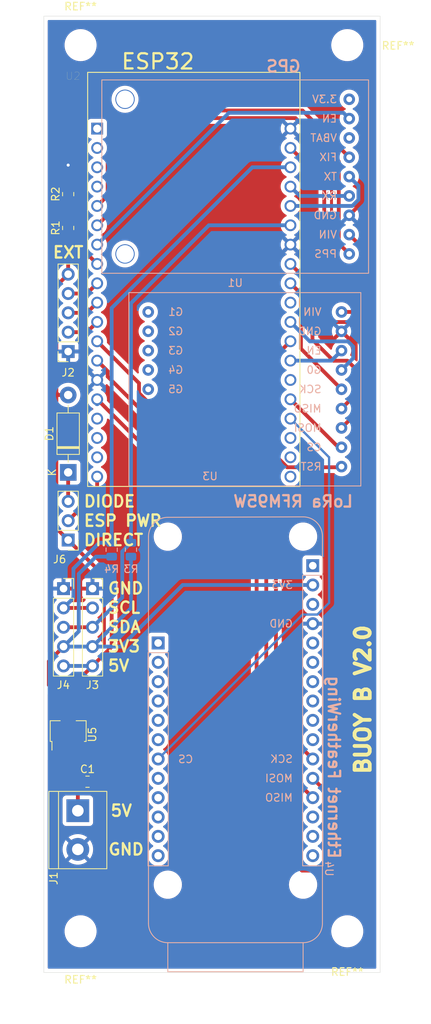
<source format=kicad_pcb>
(kicad_pcb (version 20211014) (generator pcbnew)
  (title_block (title "Buoy") (date "2020-07-31") (rev "Leonardo Ward"))
  (layers (0 "F.Cu" signal) (31 "B.Cu" signal) (34 "B.Paste" user) (35 "F.Paste" user) (36 "B.SilkS" user "B.Silkscreen") (37 "F.SilkS" user "F.Silkscreen") (38 "B.Mask" user) (39 "F.Mask" user) (44 "Edge.Cuts" user))
  (net 0 "")
  (net 1 "PPS_GPS")
  (net 2 "5V")
  (net 3 "GND")
  (net 4 "RX_GPS")
  (net 5 "TX_GPS")
  (net 6 "FIX_GPS")
  (net 7 "Net-(D1-Pad1)")
  (net 8 "EN_GPS")
  (net 9 "IO25_ESP")
  (net 10 "IO26_ESP")
  (net 11 "INPUT-MEASURE")
  (net 14 "3V3")
  (net 17 "MOSI_RFM95W")
  (net 18 "EN_RFM95W")
  (net 19 "MISO_RFM95W")
  (net 20 "SCK_RFM95W")
  (net 21 "CS_RFM95W")
  (net 22 "RST_RFM95W")
  (net 24 "IO27_ESP")
  (net 25 "SCK_ETHERNET")
  (net 26 "MISO_ETHERNET")
  (net 27 "MOSI_ETHERNET")
  (net 31 "SCL")
  (net 32 "SDA")
  (net 33 "CS_ETHERNET")
  (net 42 "Net-(J6-Pad2)")
  (net 43 "IRQ_RFM95W")
  (footprint "Footprints:Ultimate_GPS" (layer "F.Cu") (at 152.124999 53.854999)
    (fp_text reference "U1" (at 0 13.97 180) (layer "B.SilkS") (effects (justify mirror)))
    (fp_text value "Ultimate_GPS")
    (fp_text user "PPS" (at 13.462 10.16 180) (layer "B.SilkS") (effects (justify left mirror)))
    (fp_text user "VIN" (at 13.462 7.62 180) (layer "B.SilkS") (effects (justify left mirror)))
    (fp_text user "TX" (at 13.462 0 180) (layer "B.SilkS") (effects (justify left mirror)))
    (fp_text user "EN" (at 13.462 -7.62 180) (layer "B.SilkS") (effects (justify left mirror)))
    (fp_text user "RX" (at 13.462 2.54 180) (layer "B.SilkS") (effects (justify left mirror)))
    (fp_text user "FIX" (at 13.462 -2.54 180) (layer "B.SilkS") (effects (justify left mirror)))
    (fp_text user "VBAT" (at 13.462 -5.08 180) (layer "B.SilkS") (effects (justify left mirror)))
    (fp_text user "3.3V" (at 13.462 -10.16 180) (layer "B.SilkS") (effects (justify left mirror)))
    (fp_text user "GND" (at 13.462 5.08 180) (layer "B.SilkS") (effects (justify left mirror)))
    (fp_line (start -17.526 12.7) (end 17.526 12.7) (layer "B.SilkS") (width 0.12))
    (fp_line (start 17.526 -12.7) (end -17.526 -12.7) (layer "B.SilkS") (width 0.12))
    (fp_line (start 17.526 12.7) (end 17.526 -12.7) (layer "B.SilkS") (width 0.12))
    (fp_line (start -17.526 -12.7) (end -17.526 12.7) (layer "B.SilkS") (width 0.12))
    (pad "1" thru_hole circle locked (at 14.986 -10.16 180) (size 1.524 1.524) (drill 0.762) (layers *.Cu *.Mask))
    (pad "2" thru_hole circle locked (at 14.986 -7.62 180) (size 1.524 1.524) (drill 0.762) (layers *.Cu *.Mask) (net 8 "EN_GPS"))
    (pad "3" thru_hole circle locked (at 14.986 -5.08 180) (size 1.524 1.524) (drill 0.762) (layers *.Cu *.Mask))
    (pad "4" thru_hole circle locked (at 14.986 -2.54 180) (size 1.524 1.524) (drill 0.762) (layers *.Cu *.Mask) (net 6 "FIX_GPS"))
    (pad "5" thru_hole circle locked (at 14.986 0 180) (size 1.524 1.524) (drill 0.762) (layers *.Cu *.Mask) (net 5 "TX_GPS"))
    (pad "6" thru_hole circle locked (at 14.986 2.54 180) (size 1.524 1.524) (drill 0.762) (layers *.Cu *.Mask) (net 4 "RX_GPS"))
    (pad "7" thru_hole circle locked (at 14.986 5.08 180) (size 1.524 1.524) (drill 0.762) (layers *.Cu *.Mask) (net 3 "GND"))
    (pad "8" thru_hole circle locked (at 14.986 7.62 180) (size 1.524 1.524) (drill 0.762) (layers *.Cu *.Mask) (net 2 "5V"))
    (pad "9" thru_hole circle locked (at 14.986 10.16 180) (size 1.524 1.524) (drill 0.762) (layers *.Cu *.Mask) (net 1 "PPS_GPS"))
    (pad "10" thru_hole circle locked (at -14.478 10.16 180) (size 2.54 2.54) (drill 2.286) (layers *.Cu *.Mask))
    (pad "11" thru_hole circle locked (at -14.478 -10.16 180) (size 2.54 2.54) (drill 2.286) (layers *.Cu *.Mask))
  )
  (footprint "Footprints:MODULE_ESP32-DEVKITC-32D" (layer "F.Cu") (at 146.685 67.31)
    (fp_text reference "U2" (at -15.875 -26.67) (layer "F.SilkS") (effects (font (size 1.000386 1.000386) (thickness 0.015))))
    (fp_text value "ESP32-DEVKITC-32D")
    (fp_line (start -13.95 -27.15) (end 13.95 -27.15) (layer "F.SilkS") (width 0.127))
    (fp_line (start 13.95 27.25) (end -13.95 27.25) (layer "F.SilkS") (width 0.127))
    (fp_line (start 13.95 -27.15) (end 13.95 27.25) (layer "F.SilkS") (width 0.127))
    (fp_line (start -13.95 27.25) (end -13.95 -27.15) (layer "F.SilkS") (width 0.127))
    (pad "1" thru_hole rect locked (at -12.7 -19.76) (size 1.56 1.56) (drill 1.04) (layers *.Cu *.Mask))
    (pad "2" thru_hole circle locked (at -12.7 -17.22) (size 1.56 1.56) (drill 1.04) (layers *.Cu *.Mask))
    (pad "3" thru_hole circle locked (at -12.7 -14.68) (size 1.56 1.56) (drill 1.04) (layers *.Cu *.Mask))
    (pad "4" thru_hole circle locked (at -12.7 -12.14) (size 1.56 1.56) (drill 1.04) (layers *.Cu *.Mask))
    (pad "5" thru_hole circle locked (at -12.7 -9.6) (size 1.56 1.56) (drill 1.04) (layers *.Cu *.Mask) (net 6 "FIX_GPS"))
    (pad "6" thru_hole circle locked (at -12.7 -7.06) (size 1.56 1.56) (drill 1.04) (layers *.Cu *.Mask) (net 1 "PPS_GPS"))
    (pad "7" thru_hole circle locked (at -12.7 -4.52) (size 1.56 1.56) (drill 1.04) (layers *.Cu *.Mask) (net 8 "EN_GPS"))
    (pad "8" thru_hole circle locked (at -12.7 -1.98) (size 1.56 1.56) (drill 1.04) (layers *.Cu *.Mask) (net 11 "INPUT-MEASURE"))
    (pad "9" thru_hole circle locked (at -12.7 0.56) (size 1.56 1.56) (drill 1.04) (layers *.Cu *.Mask) (net 9 "IO25_ESP"))
    (pad "10" thru_hole circle locked (at -12.7 3.1) (size 1.56 1.56) (drill 1.04) (layers *.Cu *.Mask) (net 10 "IO26_ESP"))
    (pad "11" thru_hole circle locked (at -12.7 5.64) (size 1.56 1.56) (drill 1.04) (layers *.Cu *.Mask) (net 24 "IO27_ESP"))
    (pad "12" thru_hole circle locked (at -12.7 8.18) (size 1.56 1.56) (drill 1.04) (layers *.Cu *.Mask) (net 25 "SCK_ETHERNET"))
    (pad "13" thru_hole circle locked (at -12.7 10.72) (size 1.56 1.56) (drill 1.04) (layers *.Cu *.Mask) (net 26 "MISO_ETHERNET"))
    (pad "14" thru_hole circle locked (at -12.7 13.26) (size 1.56 1.56) (drill 1.04) (layers *.Cu *.Mask) (net 3 "GND"))
    (pad "15" thru_hole circle locked (at -12.7 15.8) (size 1.56 1.56) (drill 1.04) (layers *.Cu *.Mask) (net 27 "MOSI_ETHERNET"))
    (pad "16" thru_hole circle locked (at -12.7 18.34) (size 1.56 1.56) (drill 1.04) (layers *.Cu *.Mask))
    (pad "17" thru_hole circle locked (at -12.7 20.88) (size 1.56 1.56) (drill 1.04) (layers *.Cu *.Mask))
    (pad "18" thru_hole circle locked (at -12.7 23.42) (size 1.56 1.56) (drill 1.04) (layers *.Cu *.Mask))
    (pad "19" thru_hole circle locked (at -12.7 25.96) (size 1.56 1.56) (drill 1.04) (layers *.Cu *.Mask) (net 42 "Net-(J6-Pad2)"))
    (pad "20" thru_hole circle locked (at 12.7 -19.76) (size 1.56 1.56) (drill 1.04) (layers *.Cu *.Mask) (net 3 "GND"))
    (pad "21" thru_hole circle locked (at 12.7 -17.22) (size 1.56 1.56) (drill 1.04) (layers *.Cu *.Mask) (net 17 "MOSI_RFM95W"))
    (pad "22" thru_hole circle locked (at 12.7 -14.68) (size 1.56 1.56) (drill 1.04) (layers *.Cu *.Mask) (net 31 "SCL"))
    (pad "23" thru_hole circle locked (at 12.7 -12.14) (size 1.56 1.56) (drill 1.04) (layers *.Cu *.Mask) (net 4 "RX_GPS"))
    (pad "24" thru_hole circle locked (at 12.7 -9.6) (size 1.56 1.56) (drill 1.04) (layers *.Cu *.Mask) (net 5 "TX_GPS"))
    (pad "25" thru_hole circle locked (at 12.7 -7.06) (size 1.56 1.56) (drill 1.04) (layers *.Cu *.Mask) (net 32 "SDA"))
    (pad "26" thru_hole circle locked (at 12.7 -4.52) (size 1.56 1.56) (drill 1.04) (layers *.Cu *.Mask) (net 3 "GND"))
    (pad "27" thru_hole circle locked (at 12.7 -1.98) (size 1.56 1.56) (drill 1.04) (layers *.Cu *.Mask) (net 19 "MISO_RFM95W"))
    (pad "28" thru_hole circle locked (at 12.7 0.56) (size 1.56 1.56) (drill 1.04) (layers *.Cu *.Mask) (net 20 "SCK_RFM95W"))
    (pad "29" thru_hole circle locked (at 12.7 3.1) (size 1.56 1.56) (drill 1.04) (layers *.Cu *.Mask))
    (pad "30" thru_hole circle locked (at 12.7 5.64) (size 1.56 1.56) (drill 1.04) (layers *.Cu *.Mask) (net 43 "IRQ_RFM95W"))
    (pad "31" thru_hole circle locked (at 12.7 8.18) (size 1.56 1.56) (drill 1.04) (layers *.Cu *.Mask) (net 22 "RST_RFM95W"))
    (pad "32" thru_hole circle locked (at 12.7 10.72) (size 1.56 1.56) (drill 1.04) (layers *.Cu *.Mask) (net 18 "EN_RFM95W"))
    (pad "33" thru_hole circle locked (at 12.7 13.26) (size 1.56 1.56) (drill 1.04) (layers *.Cu *.Mask))
    (pad "34" thru_hole circle locked (at 12.7 15.8) (size 1.56 1.56) (drill 1.04) (layers *.Cu *.Mask) (net 21 "CS_RFM95W"))
    (pad "35" thru_hole circle locked (at 12.7 18.34) (size 1.56 1.56) (drill 1.04) (layers *.Cu *.Mask) (net 33 "CS_ETHERNET"))
    (pad "36" thru_hole circle locked (at 12.7 20.88) (size 1.56 1.56) (drill 1.04) (layers *.Cu *.Mask))
    (pad "37" thru_hole circle locked (at 12.7 23.42) (size 1.56 1.56) (drill 1.04) (layers *.Cu *.Mask))
    (pad "38" thru_hole circle locked (at 12.7 25.96) (size 1.56 1.56) (drill 1.04) (layers *.Cu *.Mask))
  )
  (footprint "Connector_PinHeader_2.54mm:PinHeader_1x03_P2.54mm_Vertical" (layer "F.Cu") (at 130.175 101.6 180)
    (fp_text reference "J6" (at 1.121999 -2.54) (layer "F.SilkS"))
    (fp_text value "Conn_VCC_ESP32")
    (fp_line (start -1.33 1.27) (end 1.33 1.27) (layer "F.SilkS") (width 0.12))
    (fp_line (start -1.33 6.41) (end 1.33 6.41) (layer "F.SilkS") (width 0.12))
    (fp_line (start 1.33 1.27) (end 1.33 6.41) (layer "F.SilkS") (width 0.12))
    (fp_line (start -1.33 -1.33) (end 0 -1.33) (layer "F.SilkS") (width 0.12))
    (fp_line (start -1.33 1.27) (end -1.33 6.41) (layer "F.SilkS") (width 0.12))
    (fp_line (start -1.33 0) (end -1.33 -1.33) (layer "F.SilkS") (width 0.12))
    (pad "1" thru_hole rect locked (at 0 0 180) (size 1.7 1.7) (drill 1) (layers *.Cu *.Mask) (net 2 "5V"))
    (pad "2" thru_hole oval locked (at 0 2.54 180) (size 1.7 1.7) (drill 1) (layers *.Cu *.Mask) (net 42 "Net-(J6-Pad2)"))
    (pad "3" thru_hole oval locked (at 0 5.08 180) (size 1.7 1.7) (drill 1) (layers *.Cu *.Mask) (net 7 "Net-(D1-Pad1)"))
  )
  (footprint "MountingHole:MountingHole_3.2mm_M3" (layer "F.Cu") (at 131.804999 153)
    (fp_text reference "REF**" (at 0 6.35) (layer "F.SilkS"))
    (fp_text value "MountingHole_3.2mm_M3")
    (pad "" np_thru_hole circle locked (at 0 0) (size 3.2 3.2) (drill 3.2) (layers *.Cu *.Mask))
  )
  (footprint "MountingHole:MountingHole_3.2mm_M3" (layer "F.Cu") (at 166.856999 36.582999)
    (fp_text reference "REF**" (at 6.6802 0.0762) (layer "F.SilkS"))
    (fp_text value "MountingHole_3.2mm_M3")
    (pad "" np_thru_hole circle locked (at 0 0) (size 3.2 3.2) (drill 3.2) (layers *.Cu *.Mask))
  )
  (footprint "TerminalBlock:TerminalBlock_bornier-2_P5.08mm" (layer "F.Cu") (at 131.445 137.16 -90)
    (fp_text reference "J1" (at 8.89 3.175 90) (layer "F.SilkS"))
    (fp_text value "Conn_01x02_Female")
    (fp_line (start 7.62 3.81) (end 7.62 -3.81) (layer "F.SilkS") (width 0.12))
    (fp_line (start 7.62 2.54) (end -2.54 2.54) (layer "F.SilkS") (width 0.12))
    (fp_line (start -2.54 -3.81) (end -2.54 3.81) (layer "F.SilkS") (width 0.12))
    (fp_line (start 7.62 -3.81) (end -2.54 -3.81) (layer "F.SilkS") (width 0.12))
    (fp_line (start -2.54 3.81) (end 7.62 3.81) (layer "F.SilkS") (width 0.12))
    (pad "1" thru_hole rect (at 0 0 270) (size 3 3) (drill 1.52) (layers *.Cu *.Mask) (net 2 "5V"))
    (pad "2" thru_hole circle (at 5.08 0 270) (size 3 3) (drill 1.52) (layers *.Cu *.Mask) (net 3 "GND"))
  )
  (footprint "Resistor_SMD:R_0805_2012Metric_Pad1.20x1.40mm_HandSolder" (layer "F.Cu") (at 132.715 133.35)
    (fp_text reference "C1" (at 0 -1.65) (layer "F.SilkS"))
    (fp_text value "47uF")
    (fp_line (start -0.227064 0.735) (end 0.227064 0.735) (layer "F.SilkS") (width 0.12))
    (fp_line (start -0.227064 -0.735) (end 0.227064 -0.735) (layer "F.SilkS") (width 0.12))
    (pad "1" smd roundrect (at -1 0) (size 1.2 1.4) (layers "F.Cu" "F.Paste" "F.Mask") (roundrect_rratio 0.2083333333) (net 2 "5V"))
    (pad "2" smd roundrect (at 1 0) (size 1.2 1.4) (layers "F.Cu" "F.Paste" "F.Mask") (roundrect_rratio 0.2083333333) (net 3 "GND"))
  )
  (footprint "Connector_PinSocket_2.54mm:PinSocket_1x05_P2.54mm_Vertical" (layer "F.Cu") (at 130.175 76.835 180)
    (fp_text reference "J2" (at 0 -2.77) (layer "F.SilkS"))
    (fp_text value "Conn_01x05_Male")
    (fp_line (start 1.33 1.27) (end 1.33 11.49) (layer "F.SilkS") (width 0.12))
    (fp_line (start 0 -1.33) (end 1.33 -1.33) (layer "F.SilkS") (width 0.12))
    (fp_line (start -1.33 11.49) (end 1.33 11.49) (layer "F.SilkS") (width 0.12))
    (fp_line (start 1.33 -1.33) (end 1.33 0) (layer "F.SilkS") (width 0.12))
    (fp_line (start -1.33 1.27) (end -1.33 11.49) (layer "F.SilkS") (width 0.12))
    (fp_line (start -1.33 1.27) (end 1.33 1.27) (layer "F.SilkS") (width 0.12))
    (pad "1" thru_hole rect (at 0 0 180) (size 1.7 1.7) (drill 1) (layers *.Cu *.Mask) (net 3 "GND"))
    (pad "2" thru_hole oval (at 0 2.54 180) (size 1.7 1.7) (drill 1) (layers *.Cu *.Mask) (net 24 "IO27_ESP"))
    (pad "3" thru_hole oval (at 0 5.08 180) (size 1.7 1.7) (drill 1) (layers *.Cu *.Mask) (net 10 "IO26_ESP"))
    (pad "4" thru_hole oval (at 0 7.62 180) (size 1.7 1.7) (drill 1) (layers *.Cu *.Mask) (net 9 "IO25_ESP"))
    (pad "5" thru_hole oval (at 0 10.16 180) (size 1.7 1.7) (drill 1) (layers *.Cu *.Mask) (net 2 "5V"))
  )
  (footprint "Resistor_SMD:R_0805_2012Metric" (layer "F.Cu") (at 130.175 60.6025 90)
    (fp_text reference "R1" (at 0 -1.65 90) (layer "F.SilkS"))
    (fp_text value "10K")
    (fp_line (start -0.227064 0.735) (end 0.227064 0.735) (layer "F.SilkS") (width 0.12))
    (fp_line (start -0.227064 -0.735) (end 0.227064 -0.735) (layer "F.SilkS") (width 0.12))
    (pad "1" smd roundrect (at -0.9125 0 90) (size 1.025 1.4) (layers "F.Cu" "F.Paste" "F.Mask") (roundrect_rratio 0.243902439) (net 2 "5V"))
    (pad "2" smd roundrect (at 0.9125 0 90) (size 1.025 1.4) (layers "F.Cu" "F.Paste" "F.Mask") (roundrect_rratio 0.243902439) (net 11 "INPUT-MEASURE"))
  )
  (footprint "Diode_THT:D_DO-41_SOD81_P10.16mm_Horizontal" (layer "F.Cu") (at 130.175 92.71 90)
    (fp_text reference "D1" (at 5.08 -2.47 90) (layer "F.SilkS"))
    (fp_text value "1N5818")
    (fp_text user "K" (at 0 -2.1 90) (layer "F.SilkS"))
    (fp_line (start 2.36 -1.47) (end 2.36 1.47) (layer "F.SilkS") (width 0.12))
    (fp_line (start 8.82 0) (end 7.8 0) (layer "F.SilkS") (width 0.12))
    (fp_line (start 7.8 1.47) (end 7.8 -1.47) (layer "F.SilkS") (width 0.12))
    (fp_line (start 3.26 -1.47) (end 3.26 1.47) (layer "F.SilkS") (width 0.12))
    (fp_line (start 3.14 -1.47) (end 3.14 1.47) (layer "F.SilkS") (width 0.12))
    (fp_line (start 1.34 0) (end 2.36 0) (layer "F.SilkS") (width 0.12))
    (fp_line (start 2.36 1.47) (end 7.8 1.47) (layer "F.SilkS") (width 0.12))
    (fp_line (start 7.8 -1.47) (end 2.36 -1.47) (layer "F.SilkS") (width 0.12))
    (fp_line (start 3.38 -1.47) (end 3.38 1.47) (layer "F.SilkS") (width 0.12))
    (pad "1" thru_hole rect (at 0 0 90) (size 2.2 2.2) (drill 1.1) (layers *.Cu *.Mask) (net 7 "Net-(D1-Pad1)"))
    (pad "2" thru_hole oval (at 10.16 0 90) (size 2.2 2.2) (drill 1.1) (layers *.Cu *.Mask) (net 2 "5V"))
  )
  (footprint "Connector_PinSocket_2.54mm:PinSocket_1x05_P2.54mm_Vertical" (layer "F.Cu") (at 133.375 107.98)
    (fp_text reference "J3" (at 0 12.67) (layer "F.SilkS"))
    (fp_text value "Conn_01x05_Male")
    (fp_line (start 1.33 -1.33) (end 1.33 0) (layer "F.SilkS") (width 0.12))
    (fp_line (start -1.33 1.27) (end -1.33 11.49) (layer "F.SilkS") (width 0.12))
    (fp_line (start 1.33 1.27) (end 1.33 11.49) (layer "F.SilkS") (width 0.12))
    (fp_line (start 0 -1.33) (end 1.33 -1.33) (layer "F.SilkS") (width 0.12))
    (fp_line (start -1.33 1.27) (end 1.33 1.27) (layer "F.SilkS") (width 0.12))
    (fp_line (start -1.33 11.49) (end 1.33 11.49) (layer "F.SilkS") (width 0.12))
    (pad "1" thru_hole rect (at 0 0) (size 1.7 1.7) (drill 1) (layers *.Cu *.Mask) (net 3 "GND"))
    (pad "2" thru_hole oval (at 0 2.54) (size 1.7 1.7) (drill 1) (layers *.Cu *.Mask) (net 31 "SCL"))
    (pad "3" thru_hole oval (at 0 5.08) (size 1.7 1.7) (drill 1) (layers *.Cu *.Mask) (net 32 "SDA"))
    (pad "4" thru_hole oval (at 0 7.62) (size 1.7 1.7) (drill 1) (layers *.Cu *.Mask) (net 14 "3V3"))
    (pad "5" thru_hole oval (at 0 10.16) (size 1.7 1.7) (drill 1) (layers *.Cu *.Mask) (net 2 "5V"))
  )
  (footprint "MountingHole:MountingHole_3.2mm_M3" (layer "F.Cu") (at 131.804999 36.582999)
    (fp_text reference "REF**" (at 0 -5.08) (layer "F.SilkS"))
    (fp_text value "MountingHole_3.2mm_M3")
    (pad "" np_thru_hole circle locked (at 0 0) (size 3.2 3.2) (drill 3.2) (layers *.Cu *.Mask))
  )
  (footprint "Resistor_SMD:R_0805_2012Metric" (layer "F.Cu") (at 130.175 56.1575 90)
    (fp_text reference "R2" (at 0 -1.65 90) (layer "F.SilkS"))
    (fp_text value "10K")
    (fp_line (start -0.227064 -0.735) (end 0.227064 -0.735) (layer "F.SilkS") (width 0.12))
    (fp_line (start -0.227064 0.735) (end 0.227064 0.735) (layer "F.SilkS") (width 0.12))
    (pad "1" smd roundrect (at -0.9125 0 90) (size 1.025 1.4) (layers "F.Cu" "F.Paste" "F.Mask") (roundrect_rratio 0.243902439) (net 11 "INPUT-MEASURE"))
    (pad "2" smd roundrect (at 0.9125 0 90) (size 1.025 1.4) (layers "F.Cu" "F.Paste" "F.Mask") (roundrect_rratio 0.243902439) (net 3 "GND"))
  )
  (footprint "Connector_PinSocket_2.54mm:PinSocket_1x05_P2.54mm_Vertical" (layer "F.Cu") (at 129.565 107.98)
    (fp_text reference "J4" (at -0.025 12.67) (layer "F.SilkS"))
    (fp_text value "Conn_01x05_Male")
    (fp_line (start 1.33 1.27) (end 1.33 11.49) (layer "F.SilkS") (width 0.12))
    (fp_line (start 0 -1.33) (end 1.33 -1.33) (layer "F.SilkS") (width 0.12))
    (fp_line (start -1.33 1.27) (end -1.33 11.49) (layer "F.SilkS") (width 0.12))
    (fp_line (start -1.33 1.27) (end 1.33 1.27) (layer "F.SilkS") (width 0.12))
    (fp_line (start 1.33 -1.33) (end 1.33 0) (layer "F.SilkS") (width 0.12))
    (fp_line (start -1.33 11.49) (end 1.33 11.49) (layer "F.SilkS") (width 0.12))
    (pad "1" thru_hole rect (at 0 0) (size 1.7 1.7) (drill 1) (layers *.Cu *.Mask) (net 3 "GND"))
    (pad "2" thru_hole oval (at 0 2.54) (size 1.7 1.7) (drill 1) (layers *.Cu *.Mask) (net 31 "SCL"))
    (pad "3" thru_hole oval (at 0 5.08) (size 1.7 1.7) (drill 1) (layers *.Cu *.Mask) (net 32 "SDA"))
    (pad "4" thru_hole oval (at 0 7.62) (size 1.7 1.7) (drill 1) (layers *.Cu *.Mask) (net 14 "3V3"))
    (pad "5" thru_hole oval (at 0 10.16) (size 1.7 1.7) (drill 1) (layers *.Cu *.Mask) (net 2 "5V"))
  )
  (footprint "Package_TO_SOT_SMD:SOT-89-3_Handsoldering" (layer "F.Cu") (at 130.175 127 90)
    (fp_text reference "U5" (at -0.1575 3.175 90) (layer "F.SilkS"))
    (fp_text value "AZ1117CR-3.3TRG1")
    (fp_line (start -1.06 2.36) (end -1.06 2.13) (layer "F.SilkS") (width 0.12))
    (fp_line (start -1.06 -2.36) (end -1.06 -2.13) (layer "F.SilkS") (width 0.12))
    (fp_line (start 1.66 1.05) (end 1.66 2.36) (layer "F.SilkS") (width 0.12))
    (fp_line (start 1.66 2.36) (end -1.06 2.36) (layer "F.SilkS") (width 0.12))
    (fp_line (start 1.66 -2.36) (end 1.66 -1.05) (layer "F.SilkS") (width 0.12))
    (fp_line (start -2.2 -2.13) (end -1.06 -2.13) (layer "F.SilkS") (width 0.12))
    (fp_line (start -1.06 -2.36) (end 1.66 -2.36) (layer "F.SilkS") (width 0.12))
    (pad "1" smd rect (at -2.15 -1.5 90) (size 2.3 0.9) (layers "F.Cu" "F.Paste" "F.Mask") (net 3 "GND"))
    (pad "2" smd custom (at -2.0625 0 90) (size 2.475 0.9) (layers "F.Cu" "F.Paste" "F.Mask") (net 14 "3V3") (options (clearance outline) (anchor rect)) (primitives (gr_poly (pts (xy 5.3625 0.8665) (xy 1.2375 0.8665) (xy 1.2375 -0.8665) (xy 5.3625 -0.8665)) (width 0) (fill yes))))
    (pad "3" smd rect (at -2.15 1.5 90) (size 2.3 0.9) (layers "F.Cu" "F.Paste" "F.Mask") (net 2 "5V"))
  )
  (footprint "MountingHole:MountingHole_3.2mm_M3" (layer "F.Cu") (at 166.856999 153)
    (fp_text reference "REF**" (at 0 5.334) (layer "F.SilkS"))
    (fp_text value "MountingHole_3.2mm_M3")
    (pad "" np_thru_hole circle locked (at 0 0) (size 3.2 3.2) (drill 3.2) (layers *.Cu *.Mask))
  )
  (footprint "Footprints:RFM95W-Board" (layer "B.Cu") (at 153.394999 81.794999 180)
    (fp_text reference "U3" (at 4.572 -11.43) (layer "B.SilkS") (effects (justify mirror)))
    (fp_text value "RFM95W_Board")
    (fp_text user "SCK" (at -10.16 0) (layer "B.SilkS") (effects (justify left mirror)))
    (fp_text user "CS" (at -10.16 -7.62) (layer "B.SilkS") (effects (justify left mirror)))
    (fp_text user "GND" (at -10.16 7.62) (layer "B.SilkS") (effects (justify left mirror)))
    (fp_text user "G3" (at 10.16 5.08) (layer "B.SilkS") (effects (justify right mirror)))
    (fp_text user "G5" (at 10.16 0) (layer "B.SilkS") (effects (justify right mirror)))
    (fp_text user "G4" (at 10.16 2.54) (layer "B.SilkS") (effects (justify right mirror)))
    (fp_text user "VIN" (at -10.16 10.16) (layer "B.SilkS") (effects (justify left mirror)))
    (fp_text user "EN" (at -10.16 5.08) (layer "B.SilkS") (effects (justify left mirror)))
    (fp_text user "MOSI" (at -10.16 -5.08) (layer "B.SilkS") (effects (justify left mirror)))
    (fp_text user "G1" (at 10.16 10.16) (layer "B.SilkS") (effects (justify right mirror)))
    (fp_text user "MISO" (at -10.16 -2.54) (layer "B.SilkS") (effects (justify left mirror)))
    (fp_text user "G2" (at 10.16 7.62) (layer "B.SilkS") (effects (justify right mirror)))
    (fp_text user "RST" (at -10.16 -10.16) (layer "B.SilkS") (effects (justify left mirror)))
    (fp_text user "G0" (at -10.16 2.54) (layer "B.SilkS") (effects (justify left mirror)))
    (fp_line (start -15.24 -12.7) (end 15.24 -12.7) (layer "B.SilkS") (width 0.12))
    (fp_line (start -15.24 12.7) (end -15.24 -12.7) (layer "B.SilkS") (width 0.12))
    (fp_line (start 15.24 12.7) (end -15.24 12.7) (layer "B.SilkS") (width 0.12))
    (fp_line (start 15.24 -12.7) (end 15.24 12.7) (layer "B.SilkS") (width 0.12))
    (pad "1" thru_hole circle locked (at -12.7 10.16 180) (size 1.524 1.524) (drill 0.762) (layers *.Cu *.Mask) (net 2 "5V"))
    (pad "2" thru_hole circle locked (at -12.7 7.62 180) (size 1.524 1.524) (drill 0.762) (layers *.Cu *.Mask) (net 3 "GND"))
    (pad "3" thru_hole circle locked (at -12.7 5.08 180) (size 1.524 1.524) (drill 0.762) (layers *.Cu *.Mask) (net 18 "EN_RFM95W"))
    (pad "4" thru_hole circle locked (at -12.7 2.54 180) (size 1.524 1.524) (drill 0.762) (layers *.Cu *.Mask) (net 43 "IRQ_RFM95W"))
    (pad "5" thru_hole circle locked (at -12.7 0 180) (size 1.524 1.524) (drill 0.762) (layers *.Cu *.Mask) (net 20 "SCK_RFM95W"))
    (pad "6" thru_hole circle locked (at -12.7 -2.54 180) (size 1.524 1.524) (drill 0.762) (layers *.Cu *.Mask) (net 19 "MISO_RFM95W"))
    (pad "7" thru_hole circle locked (at -12.7 -5.08 180) (size 1.524 1.524) (drill 0.762) (layers *.Cu *.Mask) (net 17 "MOSI_RFM95W"))
    (pad "8" thru_hole circle locked (at -12.7 -7.62 180) (size 1.524 1.524) (drill 0.762) (layers *.Cu *.Mask) (net 21 "CS_RFM95W"))
    (pad "9" thru_hole circle locked (at -12.7 -10.16 180) (size 1.524 1.524) (drill 0.762) (layers *.Cu *.Mask) (net 22 "RST_RFM95W"))
    (pad "10" thru_hole circle locked (at 12.7 0 180) (size 1.524 1.524) (drill 0.762) (layers *.Cu *.Mask))
    (pad "11" thru_hole circle locked (at 12.7 2.54 180) (size 1.524 1.524) (drill 0.762) (layers *.Cu *.Mask))
    (pad "12" thru_hole circle locked (at 12.7 5.08 180) (size 1.524 1.524) (drill 0.762) (layers *.Cu *.Mask))
    (pad "13" thru_hole circle locked (at 12.7 7.62 180) (size 1.524 1.524) (drill 0.762) (layers *.Cu *.Mask))
    (pad "14" thru_hole circle locked (at 12.7 10.16 180) (size 1.524 1.524) (drill 0.762) (layers *.Cu *.Mask))
  )
  (footprint "Resistor_SMD:R_0805_2012Metric" (layer "B.Cu") (at 135.89 102.87 90)
    (fp_text reference "R4" (at -2.54 0) (layer "B.SilkS") (effects (justify mirror)))
    (fp_text value "10K")
    (fp_line (start -0.227064 0.735) (end 0.227064 0.735) (layer "B.SilkS") (width 0.12))
    (fp_line (start -0.227064 -0.735) (end 0.227064 -0.735) (layer "B.SilkS") (width 0.12))
    (pad "1" smd roundrect (at -0.9125 0 90) (size 1.025 1.4) (layers "B.Cu" "B.Paste" "B.Mask") (roundrect_rratio 0.243902439) (net 14 "3V3"))
    (pad "2" smd roundrect (at 0.9125 0 90) (size 1.025 1.4) (layers "B.Cu" "B.Paste" "B.Mask") (roundrect_rratio 0.243902439) (net 31 "SCL"))
  )
  (footprint "Resistor_SMD:R_0805_2012Metric" (layer "B.Cu") (at 138.43 102.87 90)
    (fp_text reference "R3" (at -2.54 0) (layer "B.SilkS") (effects (justify mirror)))
    (fp_text value "10K")
    (fp_line (start -0.227064 -0.735) (end 0.227064 -0.735) (layer "B.SilkS") (width 0.12))
    (fp_line (start -0.227064 0.735) (end 0.227064 0.735) (layer "B.SilkS") (width 0.12))
    (pad "1" smd roundrect (at -0.9125 0 90) (size 1.025 1.4) (layers "B.Cu" "B.Paste" "B.Mask") (roundrect_rratio 0.243902439) (net 14 "3V3"))
    (pad "2" smd roundrect (at 0.9125 0 90) (size 1.025 1.4) (layers "B.Cu" "B.Paste" "B.Mask") (roundrect_rratio 0.243902439) (net 32 "SDA"))
  )
  (footprint "Ethernet-FeatherWing:Ethernet FeatherWing" (layer "B.Cu") (at 142 121.47642 -90)
    (fp_text reference "U4" (at 23.30358 -22.465 -90 unlocked) (layer "B.SilkS") (effects (justify mirror)))
    (fp_text value "Ethernet-FeatherWing")
    (fp_text user "MISO" (at 13.97 -17.78 unlocked) (layer "B.SilkS") (effects (justify left mirror)))
    (fp_text user "MOSI" (at 11.43 -17.78 unlocked) (layer "B.SilkS") (effects (justify left mirror)))
    (fp_text user "SCK" (at 8.89 -17.78 unlocked) (layer "B.SilkS") (effects (justify left mirror)))
    (fp_text user "CS" (at 8.92 -2.54 unlocked) (layer "B.SilkS") (effects (justify right mirror)))
    (fp_text user "3V3" (at -13.97 -17.78 unlocked) (layer "B.SilkS") (effects (justify left mirror)))
    (fp_text user "GND" (at -8.89 -17.78 unlocked) (layer "B.SilkS") (effects (justify left mirror)))
    (fp_line (start 22.92 -1.33) (end 22.92 1.33) (layer "B.SilkS") (width 0.12))
    (fp_line (start -5.08 -1.33) (end -5.08 1.33) (layer "B.SilkS") (width 0.12))
    (fp_line (start 33.02 -1.27) (end 33.02 -19.05) (layer "B.SilkS") (width 0.12))
    (fp_line (start 36.83 -1.27) (end 36.83 -19.05) (layer "B.SilkS") (width 0.12))
    (fp_line (start -15.24 -21.65) (end -15.24 -18.99) (layer "B.SilkS") (width 0.12))
    (fp_line (start 33.02 -1.27) (end 36.83 -1.27) (layer "B.SilkS") (width 0.12))
    (fp_line (start 33.02 -19.05) (end 36.83 -19.05) (layer "B.SilkS") (width 0.12))
    (fp_line (start -5.08 1.33) (end 22.92 1.33) (layer "B.SilkS") (width 0.12))
    (fp_line (start -20.32 -21.59) (end 30.48 -21.59) (layer "B.SilkS") (width 0.12))
    (fp_line (start -15.24 -21.65) (end 22.92 -21.65) (layer "B.SilkS") (width 0.12))
    (fp_line (start -15.24 -18.99) (end 22.92 -18.99) (layer "B.SilkS") (width 0.12))
    (fp_line (start -5.08 -1.33) (end 22.92 -1.33) (layer "B.SilkS") (width 0.12))
    (fp_line (start 22.92 -21.65) (end 22.92 -18.99) (layer "B.SilkS") (width 0.12))
    (fp_line (start -22.920708 -19.05) (end -22.86 -1.27) (layer "B.SilkS") (width 0.12))
    (fp_line (start -20.32 1.27) (end 30.48 1.27) (layer "B.SilkS") (width 0.12))
    (fp_arc (start -20.32 1.27) (mid -22.116051 0.526051) (end -22.86 -1.27) (layer "B.SilkS") (width 0.12))
    (fp_arc (start -22.920708 -19.05) (mid -22.155212 -20.867641) (end -20.32 -21.589999) (layer "B.SilkS") (width 0.12))
    (fp_arc (start 30.48 -21.59) (mid 32.276051 -20.846051) (end 33.02 -19.05) (layer "B.SilkS") (width 0.12))
    (fp_arc (start 33.02 -1.27) (mid 32.276051 0.526051) (end 30.48 1.27) (layer "B.SilkS") (width 0.12))
    (pad "" thru_hole oval (at 13.97 0 180) (size 1.7 1.7) (drill 1) (layers *.Cu *.Mask))
    (pad "" thru_hole oval (at 19.05 -20.32 180) (size 1.7 1.7) (drill 1) (layers *.Cu *.Mask))
    (pad "" np_thru_hole circle (at -20.32 -1.27 270) (size 2.7 2.7) (drill 2.7) (layers *.Cu *.Mask))
    (pad "" thru_hole oval (at -3.81 0 180) (size 1.7 1.7) (drill 1) (layers *.Cu *.Mask))
    (pad "" thru_hole oval (at -11.43 -20.32 180) (size 1.7 1.7) (drill 1) (layers *.Cu *.Mask))
    (pad "" thru_hole oval (at 1.27 0 180) (size 1.7 1.7) (drill 1) (layers *.Cu *.Mask))
    (pad "" thru_hole oval (at 16.51 -20.32 180) (size 1.7 1.7) (drill 1) (layers *.Cu *.Mask))
    (pad "" thru_hole rect (at -16.51 -20.32 180) (size 1.7 1.7) (drill 1) (layers *.Cu *.Mask))
    (pad "" thru_hole oval (at 11.43 0 180) (size 1.7 1.7) (drill 1) (layers *.Cu *.Mask))
    (pad "" thru_hole oval (at 21.59 0 180) (size 1.7 1.7) (drill 1) (layers *.Cu *.Mask))
    (pad "" thru_hole oval (at 16.51 0 180) (size 1.7 1.7) (drill 1) (layers *.Cu *.Mask))
    (pad "" thru_hole oval (at 21.59 -20.32 180) (size 1.7 1.7) (drill 1) (layers *.Cu *.Mask))
    (pad "" np_thru_hole circle (at -20.327839 -19.048349 270) (size 2.7 2.7) (drill 2.7) (layers *.Cu *.Mask))
    (pad "" thru_hole oval (at 1.27 -20.32 180) (size 1.7 1.7) (drill 1) (layers *.Cu *.Mask))
    (pad "" thru_hole oval (at 19.05 0 180) (size 1.7 1.7) (drill 1) (layers *.Cu *.Mask))
    (pad "" thru_hole rect (at -6.35 0 180) (size 1.7 1.7) (drill 1) (layers *.Cu *.Mask))
    (pad "" thru_hole oval (at 3.81 0 180) (size 1.7 1.7) (drill 1) (layers *.Cu *.Mask))
    (pad "" thru_hole oval (at -1.27 0 180) (size 1.7 1.7) (drill 1) (layers *.Cu *.Mask))
    (pad "" np_thru_hole circle (at 25.4 -19.05 270) (size 2.7 2.7) (drill 2.7) (layers *.Cu *.Mask))
    (pad "" thru_hole oval (at -3.81 -20.32 180) (size 1.7 1.7) (drill 1) (layers *.Cu *.Mask))
    (pad "" thru_hole oval (at -6.35 -20.32 180) (size 1.7 1.7) (drill 1) (layers *.Cu *.Mask))
    (pad "" thru_hole oval (at 6.35 -20.32 180) (size 1.7 1.7) (drill 1) (layers *.Cu *.Mask))
    (pad "" thru_hole oval (at 6.35 0 180) (size 1.7 1.7) (drill 1) (layers *.Cu *.Mask))
    (pad "" thru_hole oval (at -1.27 -20.32 180) (size 1.7 1.7) (drill 1) (layers *.Cu *.Mask))
    (pad "" thru_hole oval (at 3.81 -20.32 180) (size 1.7 1.7) (drill 1) (layers *.Cu *.Mask))
    (pad "" np_thru_hole circle (at 25.4 -1.27 270) (size 2.7 2.7) (drill 2.7) (layers *.Cu *.Mask))
    (pad "1" thru_hole oval (at -13.97 -20.32 180) (size 1.7 1.7) (drill 1) (layers *.Cu *.Mask) (net 14 "3V3"))
    (pad "2" thru_hole oval (at 11.43 -20.32 180) (size 1.7 1.7) (drill 1) (layers *.Cu *.Mask) (net 27 "MOSI_ETHERNET"))
    (pad "3" thru_hole oval (at 13.97 -20.32 180) (size 1.7 1.7) (drill 1) (layers *.Cu *.Mask) (net 26 "MISO_ETHERNET"))
    (pad "4" thru_hole oval (at 8.89 -20.32 180) (size 1.7 1.7) (drill 1) (layers *.Cu *.Mask) (net 25 "SCK_ETHERNET"))
    (pad "5" thru_hole oval (at 8.89 0 180) (size 1.7 1.7) (drill 1) (layers *.Cu *.Mask) (net 33 "CS_ETHERNET"))
    (pad "6" thru_hole oval (at -8.89 -20.32 180) (size 1.7 1.7) (drill 1) (layers *.Cu *.Mask) (net 3 "GND"))
  )
  (gr_line (start 171.174999 38.106999) (end 171.174999 158.416999) (layer "Edge.Cuts") (width 0.05))
  (gr_line (start 171.174999 32.772999) (end 171.174999 38.106999) (layer "Edge.Cuts") (width 0.05))
  (gr_line (start 126.978999 38.106999) (end 126.978999 32.772999) (layer "Edge.Cuts") (width 0.05))
  (gr_line (start 126.978999 32.772999) (end 171.174999 32.772999) (layer "Edge.Cuts") (width 0.05))
  (gr_line (start 126.978999 158.416999) (end 126.978999 38.106999) (layer "Edge.Cuts") (width 0.05))
  (gr_line (start 126.978999 158.416999) (end 171.174999 158.416999) (layer "Edge.Cuts") (width 0.05))
  (gr_text "GPS" (at 158.474999 39.376999) (layer "B.SilkS") (effects (font (size 1.5 1.5) (thickness 0.3)) (justify mirror)))
  (gr_text "LoRa RFM95W" (at 159.744999 96.526999) (layer "B.SilkS") (effects (font (size 1.5 1.5) (thickness 0.3)) (justify mirror)))
  (gr_text "Ethernet FeatherWing" (at 165.1 131.445 270) (layer "B.SilkS") (effects (font (size 1.5 1.5) (thickness 0.3)) (justify mirror)))
  (gr_text "EXT" (at 130.175 63.8075) (layer "F.SilkS") (effects (font (size 1.5 1.5) (thickness 0.3))))
  (gr_text "GND" (at 137.795 142.24) (layer "F.SilkS") (effects (font (size 1.5 1.5) (thickness 0.3))))
  (gr_text "5V" (at 135.255 118.11) (layer "F.SilkS") (effects (font (size 1.5 1.5) (thickness 0.3)) (justify left)))
  (gr_text "SDA" (at 135.255 113.03) (layer "F.SilkS") (effects (font (size 1.5 1.5) (thickness 0.3)) (justify left)))
  (gr_text "SCL" (at 135.255 110.49) (layer "F.SilkS") (effects (font (size 1.5 1.5) (thickness 0.3)) (justify left)))
  (gr_text "DIODE" (at 132.08 96.52) (layer "F.SilkS") (effects (font (size 1.5 1.5) (thickness 0.3)) (justify left)))
  (gr_text "BUOY B V2.0" (at 168.91 122.555 90) (layer "F.SilkS") (effects (font (size 2 2) (thickness 0.5))))
  (gr_text "DIRECT" (at 132.08 101.6) (layer "F.SilkS") (effects (font (size 1.5 1.5) (thickness 0.3)) (justify left)))
  (gr_text "ESP32" (at 141.964999 38.735) (layer "F.SilkS") (effects (font (size 2 2) (thickness 0.3))))
  (gr_text "5V" (at 137.16 137.16) (layer "F.SilkS") (effects (font (size 1.5 1.5) (thickness 0.3))))
  (gr_text "ESP PWR" (at 132.08 99.06) (layer "F.SilkS") (effects (font (size 1.5 1.5) (thickness 0.3)) (justify left)))
  (gr_text "GND" (at 135.255 107.95) (layer "F.SilkS") (effects (font (size 1.5 1.5) (thickness 0.3)) (justify left)))
  (gr_text "3V3" (at 135.255 115.57) (layer "F.SilkS") (effects (font (size 1.5 1.5) (thickness 0.3)) (justify left)))
  (segment (start 142.425001 46.169999) (end 136.365011 52.229989) (width 0.5) (layer "F.Cu") (net 1))
  (segment (start 165.735 62.639) (end 165.735 51.857598) (width 0.5) (layer "F.Cu") (net 1))
  (segment (start 136.365011 52.229989) (end 136.365011 57.869989) (width 0.5) (layer "F.Cu") (net 1))
  (segment (start 165.735 51.857598) (end 160.047401 46.169999) (width 0.5) (layer "F.Cu") (net 1))
  (segment (start 136.365011 57.869989) (end 133.985 60.25) (width 0.5) (layer "F.Cu") (net 1))
  (segment (start 167.110999 64.014999) (end 165.735 62.639) (width 0.5) (layer "F.Cu") (net 1))
  (segment (start 160.047401 46.169999) (end 142.425001 46.169999) (width 0.5) (layer "F.Cu") (net 1))
  (segment (start 128.625489 68.224511) (end 128.625489 82.270489) (width 0.5) (layer "F.Cu") (net 2))
  (segment (start 131.445 133.62) (end 131.715 133.35) (width 0.25) (layer "F.Cu") (net 2))
  (segment (start 131.675 131.04) (end 133.19427 131.04) (width 0.5) (layer "F.Cu") (net 2))
  (segment (start 169.665001 71.634999) (end 169.67404 71.62596) (width 0.3) (layer "F.Cu") (net 2))
  (segment (start 139.065 136.91073) (end 139.065 148.59) (width 0.5) (layer "F.Cu") (net 2))
  (segment (start 130.175 101.6) (end 135.89 107.315) (width 0.5) (layer "F.Cu") (net 2))
  (segment (start 139.065 148.59) (end 140.335 149.86) (width 0.5) (layer "F.Cu") (net 2))
  (segment (start 128.625489 100.050489) (end 130.175 101.6) (width 0.5) (layer "F.Cu") (net 2))
  (segment (start 128.625489 82.270489) (end 128.625489 100.050489) (width 0.5) (layer "F.Cu") (net 2))
  (segment (start 131.675 129.15) (end 131.675 119.84) (width 0.5) (layer "F.Cu") (net 2))
  (segment (start 131.675 133.31) (end 131.675 131.04) (width 0.5) (layer "F.Cu") (net 2))
  (segment (start 163.83 149.86) (end 169.67404 144.01596) (width 0.5) (layer "F.Cu") (net 2))
  (segment (start 169.67404 71.62596) (end 169.67404 64.03804) (width 0.5) (layer "F.Cu") (net 2))
  (segment (start 131.675 119.84) (end 133.375 118.14) (width 0.5) (layer "F.Cu") (net 2))
  (segment (start 130.175 82.55) (end 128.905 82.55) (width 0.5) (layer "F.Cu") (net 2))
  (segment (start 140.335 149.86) (end 163.83 149.86) (width 0.5) (layer "F.Cu") (net 2))
  (segment (start 166.094999 71.634999) (end 169.665001 71.634999) (width 0.5) (layer "F.Cu") (net 2))
  (segment (start 169.67404 64.03804) (end 167.110999 61.474999) (width 0.5) (layer "F.Cu") (net 2))
  (segment (start 131.715 133.35) (end 131.675 133.31) (width 0.25) (layer "F.Cu") (net 2))
  (segment (start 135.89 107.315) (end 135.89 115.625) (width 0.5) (layer "F.Cu") (net 2))
  (segment (start 135.89 115.625) (end 133.375 118.14) (width 0.5) (layer "F.Cu") (net 2))
  (segment (start 131.675 131.04) (end 131.675 129.15) (width 0.5) (layer "F.Cu") (net 2))
  (segment (start 133.19427 131.04) (end 139.065 136.91073) (width 0.5) (layer "F.Cu") (net 2))
  (segment (start 130.175 61.515) (end 130.175 66.675) (width 0.5) (layer "F.Cu") (net 2))
  (segment (start 131.445 137.16) (end 131.445 133.62) (width 0.5) (layer "F.Cu") (net 2))
  (segment (start 130.175 66.675) (end 128.625489 68.224511) (width 0.5) (layer "F.Cu") (net 2))
  (segment (start 169.67404 144.01596) (end 169.67404 71.62596) (width 0.5) (layer "F.Cu") (net 2))
  (segment (start 128.905 82.55) (end 128.625489 82.270489) (width 0.5) (layer "F.Cu") (net 2))
  (segment (start 129.565 118.14) (end 133.375 118.14) (width 0.5) (layer "B.Cu") (net 2))
  (segment (start 130.175 55.245) (end 130.175 52.3475) (width 0.5) (layer "F.Cu") (net 3))
  (segment (start 128.675 139.47) (end 131.445 142.24) (width 0.5) (layer "F.Cu") (net 3))
  (segment (start 131.445 142.24) (end 133.715 139.97) (width 0.5) (layer "F.Cu") (net 3))
  (segment (start 128.675 129.15) (end 128.675 139.47) (width 0.5) (layer "F.Cu") (net 3))
  (segment (start 133.715 139.97) (end 133.715 133.35) (width 0.5) (layer "F.Cu") (net 3))
  (via (at 130.175 52.3475) (size 0.8) (drill 0.4) (layers "F.Cu" "B.Cu") (net 3))
  (segment (start 167.110999 56.394999) (end 160.609999 56.394999) (width 0.5) (layer "B.Cu") (net 4))
  (segment (start 160.609999 56.394999) (end 159.385 55.17) (width 0.5) (layer "B.Cu") (net 4))
  (segment (start 168.32251 56.896824) (end 168.32251 55.06651) (width 0.5) (layer "B.Cu") (net 5))
  (segment (start 159.430001 57.664999) (end 159.385 57.71) (width 0.8) (layer "B.Cu") (net 5))
  (segment (start 168.32251 55.06651) (end 167.110999 53.854999) (width 0.5) (layer "B.Cu") (net 5))
  (segment (start 159.385 57.71) (end 167.509334 57.71) (width 0.5) (layer "B.Cu") (net 5))
  (segment (start 167.509334 57.71) (end 168.32251 56.896824) (width 0.5) (layer "B.Cu") (net 5))
  (segment (start 160.965989 45.169989) (end 142.242609 45.169989) (width 0.5) (layer "F.Cu") (net 6))
  (segment (start 135.365001 56.329999) (end 133.985 57.71) (width 0.5) (layer "F.Cu") (net 6))
  (segment (start 167.110999 51.314999) (end 160.965989 45.169989) (width 0.5) (layer "F.Cu") (net 6))
  (segment (start 142.242609 45.169989) (end 135.365001 52.047597) (width 0.5) (layer "F.Cu") (net 6))
  (segment (start 135.365001 52.047597) (end 135.365001 56.329999) (width 0.5) (layer "F.Cu") (net 6))
  (segment (start 130.175 92.71) (end 130.175 96.52) (width 0.5) (layer "F.Cu") (net 7))
  (segment (start 166.349 45.473) (end 151.302 45.473) (width 0.5) (layer "B.Cu") (net 8))
  (segment (start 151.302 45.473) (end 133.985 62.79) (width 0.5) (layer "B.Cu") (net 8))
  (segment (start 167.110999 46.234999) (end 166.349 45.473) (width 0.5) (layer "B.Cu") (net 8))
  (segment (start 130.175 69.215) (end 132.64 69.215) (width 0.5) (layer "F.Cu") (net 9))
  (segment (start 132.64 69.215) (end 133.985 67.87) (width 0.5) (layer "F.Cu") (net 9))
  (segment (start 130.175 71.755) (end 132.64 71.755) (width 0.5) (layer "F.Cu") (net 10))
  (segment (start 132.64 71.755) (end 133.985 70.41) (width 0.5) (layer "F.Cu") (net 10))
  (segment (start 132.08 61.595) (end 132.08 63.5) (width 0.5) (layer "F.Cu") (net 11))
  (segment (start 132.155 63.5) (end 133.985 65.33) (width 0.5) (layer "F.Cu") (net 11))
  (segment (start 130.175 59.69) (end 130.175 57.07) (width 0.5) (layer "F.Cu") (net 11))
  (segment (start 132.08 63.5) (end 132.155 63.5) (width 0.5) (layer "F.Cu") (net 11))
  (segment (start 130.175 59.69) (end 132.08 61.595) (width 0.5) (layer "F.Cu") (net 11))
  (segment (start 130.175 123.19) (end 127.635 120.65) (width 0.5) (layer "F.Cu") (net 14))
  (segment (start 127.635 117.53) (end 129.565 115.6) (width 0.5) (layer "F.Cu") (net 14))
  (segment (start 130.175 129.0625) (end 130.175 123.19) (width 0.5) (layer "F.Cu") (net 14))
  (segment (start 127.635 120.65) (end 127.635 117.53) (width 0.5) (layer "F.Cu") (net 14))
  (segment (start 133.375 115.6) (end 138.43 110.545) (width 0.5) (layer "B.Cu") (net 14))
  (segment (start 129.565 115.6) (end 133.375 115.6) (width 0.5) (layer "B.Cu") (net 14))
  (segment (start 129.565 115.6) (end 131.564031 113.600969) (width 0.5) (layer "B.Cu") (net 14))
  (segment (start 131.564031 106.045) (end 133.826531 103.7825) (width 0.5) (layer "B.Cu") (net 14))
  (segment (start 137.13 115.6) (end 145.22358 107.50642) (width 0.5) (layer "B.Cu") (net 14))
  (segment (start 138.43 110.545) (end 138.43 103.7825) (width 0.5) (layer "B.Cu") (net 14))
  (segment (start 133.375 115.6) (end 137.13 115.6) (width 0.5) (layer "B.Cu") (net 14))
  (segment (start 133.826531 103.7825) (end 135.89 103.7825) (width 0.5) (layer "B.Cu") (net 14))
  (segment (start 131.564031 113.600969) (end 131.564031 106.045) (width 0.5) (layer "B.Cu") (net 14))
  (segment (start 145.22358 107.50642) (end 162.32 107.50642) (width 0.5) (layer "B.Cu") (net 14))
  (segment (start 163.83 71.755) (end 165.038488 72.963488) (width 0.5) (layer "F.Cu") (net 17))
  (segment (start 165.038488 72.963488) (end 166.943488 72.963488) (width 0.5) (layer "F.Cu") (net 17))
  (segment (start 163.83 54.535) (end 163.83 71.755) (width 0.5) (layer "F.Cu") (net 17))
  (segment (start 166.943488 72.963488) (end 168.97452 74.99452) (width 0.5) (layer "F.Cu") (net 17))
  (segment (start 168.97452 83.995478) (end 166.094999 86.874999) (width 0.5) (layer "F.Cu") (net 17))
  (segment (start 159.385 50.09) (end 163.83 54.535) (width 0.5) (layer "F.Cu") (net 17))
  (segment (start 168.97452 74.99452) (end 168.97452 83.995478) (width 0.5) (layer "F.Cu") (net 17))
  (segment (start 164.779998 78.03) (end 166.094999 76.714999) (width 0.5) (layer "B.Cu") (net 18))
  (segment (start 159.385 78.03) (end 164.779998 78.03) (width 0.5) (layer "B.Cu") (net 18))
  (segment (start 159.385 65.33) (end 162.28 68.225) (width 0.5) (layer "F.Cu") (net 19))
  (segment (start 166.878968 78.043488) (end 168.275 79.43952) (width 0.5) (layer "F.Cu") (net 19))
  (segment (start 168.275 79.43952) (end 168.275 82.154998) (width 0.5) (layer "F.Cu") (net 19))
  (segment (start 165.038488 78.043488) (end 166.878968 78.043488) (width 0.5) (layer "F.Cu") (net 19))
  (segment (start 162.28 68.225) (end 162.284999 68.229999) (width 0.5) (layer "F.Cu") (net 19))
  (segment (start 168.275 82.154998) (end 166.094999 84.334999) (width 0.5) (layer "F.Cu") (net 19))
  (segment (start 162.28 75.285) (end 165.038488 78.043488) (width 0.5) (layer "F.Cu") (net 19))
  (segment (start 162.28 68.225) (end 162.28 75.285) (width 0.5) (layer "F.Cu") (net 19))
  (segment (start 160.765001 76.465001) (end 166.094999 81.794999) (width 0.5) (layer "F.Cu") (net 20))
  (segment (start 160.765001 69.250001) (end 160.765001 76.465001) (width 0.5) (layer "F.Cu") (net 20))
  (segment (start 159.385 67.87) (end 160.765001 69.250001) (width 0.5) (layer "F.Cu") (net 20))
  (segment (start 165.689999 89.414999) (end 166.094999 89.414999) (width 0.5) (layer "F.Cu") (net 21))
  (segment (start 159.385 83.11) (end 165.689999 89.414999) (width 0.5) (layer "F.Cu") (net 21))
  (segment (start 156.845 89.928792) (end 158.956697 92.040489) (width 0.5) (layer "F.Cu") (net 22))
  (segment (start 158.956697 92.040489) (end 166.009509 92.040489) (width 0.5) (layer "F.Cu") (net 22))
  (segment (start 156.845 78.03) (end 156.845 89.928792) (width 0.5) (layer "F.Cu") (net 22))
  (segment (start 159.385 75.49) (end 156.845 78.03) (width 0.5) (layer "F.Cu") (net 22))
  (segment (start 166.009509 92.040489) (end 166.094999 91.954999) (width 0.5) (layer "F.Cu") (net 22))
  (segment (start 130.175 74.295) (end 132.64 74.295) (width 0.5) (layer "F.Cu") (net 24))
  (segment (start 132.64 74.295) (end 133.985 72.95) (width 0.5) (layer "F.Cu") (net 24))
  (segment (start 133.985 75.49) (end 139.483488 80.988488) (width 0.5) (layer "F.Cu") (net 25))
  (segment (start 139.483488 80.988488) (end 139.483488 82.296824) (width 0.5) (layer "F.Cu") (net 25))
  (segment (start 139.483488 82.296824) (end 157.48 100.293336) (width 0.5) (layer "F.Cu") (net 25))
  (segment (start 157.48 100.293336) (end 157.48 125.52642) (width 0.5) (layer "F.Cu") (net 25))
  (segment (start 157.48 125.52642) (end 162.32 130.36642) (width 0.5) (layer "F.Cu") (net 25))
  (segment (start 135.364511 80.119511) (end 156.21 100.965) (width 0.5) (layer "F.Cu") (net 26))
  (segment (start 156.21 100.965) (end 156.21 129.33642) (width 0.5) (layer "F.Cu") (net 26))
  (segment (start 135.364511 79.409511) (end 135.364511 80.119511) (width 0.5) (layer "F.Cu") (net 26))
  (segment (start 133.985 78.03) (end 135.364511 79.409511) (width 0.5) (layer "F.Cu") (net 26))
  (segment (start 156.21 129.33642) (end 162.32 135.44642) (width 0.5) (layer "F.Cu") (net 26))
  (segment (start 160.901899 145.026899) (end 154.94 139.065) (width 0.5) (layer "F.Cu") (net 27))
  (segment (start 165.1 135.68642) (end 165.1 143.51) (width 0.5) (layer "F.Cu") (net 27))
  (segment (start 154.94 139.065) (end 154.94 104.065) (width 0.5) (layer "F.Cu") (net 27))
  (segment (start 163.583101 145.026899) (end 160.901899 145.026899) (width 0.5) (layer "F.Cu") (net 27))
  (segment (start 154.94 104.065) (end 133.985 83.11) (width 0.5) (layer "F.Cu") (net 27))
  (segment (start 165.1 143.51) (end 163.583101 145.026899) (width 0.5) (layer "F.Cu") (net 27))
  (segment (start 162.32 132.90642) (end 165.1 135.68642) (width 0.5) (layer "F.Cu") (net 27))
  (segment (start 133.985 83.607598) (end 133.985 83.11) (width 0.8) (layer "B.Cu") (net 27))
  (segment (start 129.565 110.52) (end 133.375 110.52) (width 0.5) (layer "F.Cu") (net 31))
  (segment (start 134.2625 101.9575) (end 135.89 101.9575) (width 0.5) (layer "B.Cu") (net 31))
  (segment (start 154.38 52.63) (end 159.385 52.63) (width 0.5) (layer "B.Cu") (net 31))
  (segment (start 130.864511 109.220489) (end 130.864511 105.355489) (width 0.5) (layer "B.Cu") (net 31))
  (segment (start 135.89 71.12) (end 154.38 52.63) (width 0.5) (layer "B.Cu") (net 31))
  (segment (start 130.864511 105.355489) (end 134.2625 101.9575) (width 0.5) (layer "B.Cu") (net 31))
  (segment (start 135.89 101.9575) (end 135.89 71.12) (width 0.5) (layer "B.Cu") (net 31))
  (segment (start 130.864511 109.220489) (end 129.565 110.52) (width 0.5) (layer "B.Cu") (net 31))
  (segment (start 129.565 113.06) (end 133.375 113.06) (width 0.5) (layer "F.Cu") (net 32))
  (segment (start 133.375 113.06) (end 137.28048 109.15452) (width 0.5) (layer "B.Cu") (net 32))
  (segment (start 148.665 60.25) (end 159.385 60.25) (width 0.5) (layer "B.Cu") (net 32))
  (segment (start 138.43 70.485) (end 148.665 60.25) (width 0.5) (layer "B.Cu") (net 32))
  (segment (start 137.28048 103.10702) (end 138.43 101.9575) (width 0.5) (layer "B.Cu") (net 32))
  (segment (start 138.43 101.9575) (end 138.43 70.485) (width 0.5) (layer "B.Cu") (net 32))
  (segment (start 137.28048 109.15452) (end 137.28048 103.10702) (width 0.5) (layer "B.Cu") (net 32))
  (segment (start 159.79 85.65) (end 159.385 85.65) (width 0.8) (layer "F.Cu") (net 33))
  (segment (start 162.933091 111.386909) (end 164.465 109.855) (width 0.3) (layer "B.Cu") (net 33))
  (segment (start 160.979511 111.386909) (end 162.933091 111.386909) (width 0.3) (layer "B.Cu") (net 33))
  (segment (start 164.465 109.855) (end 164.465 90.73) (width 0.3) (layer "B.Cu") (net 33))
  (segment (start 164.465 90.73) (end 159.385 85.65) (width 0.3) (layer "B.Cu") (net 33))
  (segment (start 142 130.36642) (end 160.979511 111.386909) (width 0.3) (layer "B.Cu") (net 33))
  (segment (start 130.175 99.06) (end 133.985 95.25) (width 0.5) (layer "F.Cu") (net 42))
  (segment (start 133.985 95.25) (end 133.985 93.27) (width 0.5) (layer "F.Cu") (net 42))
  (segment (start 133.776001 93.478999) (end 133.985 93.27) (width 0.8) (layer "F.Cu") (net 42))
  (segment (start 159.385 72.95) (end 161.938488 75.503488) (width 0.5) (layer "B.Cu") (net 43))
  (segment (start 167.64 76.835) (end 167.64 76.2) (width 0.5) (layer "B.Cu") (net 43))
  (segment (start 167.64 77.709998) (end 167.64 76.835) (width 0.5) (layer "B.Cu") (net 43))
  (segment (start 167.64 76.2) (end 167.005 75.565) (width 0.5) (layer "B.Cu") (net 43))
  (segment (start 166.094999 79.254999) (end 167.64 77.709998) (width 0.5) (layer "B.Cu") (net 43))
  (segment (start 161.938488 75.503488) (end 166.943488 75.503488) (width 0.5) (layer "B.Cu") (net 43))
  (zone (net 3) (net_name "GND") (layers F&B.Cu) (connect_pads (clearance 0.508)) (min_thickness 0.254) (fill yes (thermal_gap 0.508) (thermal_bridge_width 0.508))
    (polygon (pts (xy 171.45 158.75) (xy 127 158.75) (xy 127 32.385) (xy 171.45 32.385)))
  )
)
</source>
